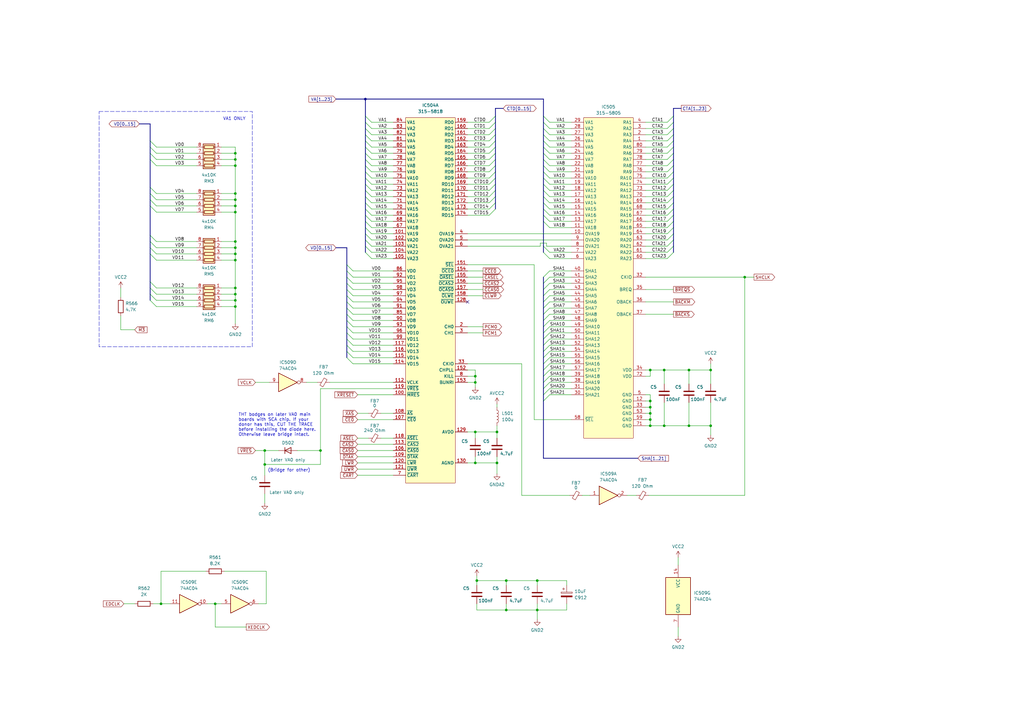
<source format=kicad_sch>
(kicad_sch (version 20230121) (generator eeschema)
  (paper "A3")
  (title_block (title "32X Main 1") (date "2023-11-29") (rev "1.1b") (company "By Cosam") (comment 1 "Neptune"))
  (junction (at 96.52 99.06))
  (junction (at 266.7 174.625))
  (junction (at 195.58 238.125))
  (junction (at 96.52 104.14))
  (junction (at 96.52 65.405))
  (junction (at 266.7 169.545))
  (junction (at 131.445 184.785))
  (junction (at 96.52 67.945))
  (junction (at 282.575 174.625))
  (junction (at 194.945 156.845))
  (junction (at 96.52 79.375))
  (junction (at 96.52 106.68))
  (junction (at 220.345 238.125))
  (junction (at 194.945 177.165))
  (junction (at 194.945 154.305))
  (junction (at 220.345 250.19))
  (junction (at 96.52 86.995))
  (junction (at 266.7 151.765))
  (junction (at 96.52 81.915))
  (junction (at 305.435 113.665))
  (junction (at 272.415 174.625))
  (junction (at 96.52 118.11))
  (junction (at 194.945 189.865))
  (junction (at 96.52 84.455))
  (junction (at 266.7 164.465))
  (junction (at 96.52 123.19))
  (junction (at 66.04 247.65))
  (junction (at 96.52 120.65))
  (junction (at 108.585 184.785))
  (junction (at 203.835 177.165))
  (junction (at 88.265 247.65))
  (junction (at 291.465 174.625))
  (junction (at 96.52 101.6))
  (junction (at 207.645 250.19))
  (junction (at 96.52 125.73))
  (junction (at 266.7 167.005))
  (junction (at 96.52 62.865))
  (junction (at 203.835 189.865))
  (junction (at 272.415 151.765))
  (junction (at 291.465 151.765))
  (junction (at 282.575 151.765))
  (junction (at 108.585 190.5))
  (junction (at 266.7 172.085))
  (junction (at 149.86 40.64))
  (junction (at 207.645 238.125))
  (no_connect (at 191.77 123.825))
  (bus_entry (at 200.66 78.105) (size 2.54 -2.54))
  (bus_entry (at 142.24 128.905) (size 2.54 2.54))
  (bus_entry (at 273.685 55.245) (size 2.54 -2.54))
  (bus_entry (at 225.425 111.125) (size -2.54 2.54))
  (bus_entry (at 225.425 106.045) (size -2.54 -2.54))
  (bus_entry (at 225.425 90.805) (size -2.54 -2.54))
  (bus_entry (at 200.66 52.705) (size 2.54 -2.54))
  (bus_entry (at 61.595 81.915) (size 2.54 2.54))
  (bus_entry (at 152.4 83.185) (size -2.54 -2.54))
  (bus_entry (at 273.685 60.325) (size 2.54 -2.54))
  (bus_entry (at 225.425 159.385) (size -2.54 2.54))
  (bus_entry (at 273.685 62.865) (size 2.54 -2.54))
  (bus_entry (at 200.66 75.565) (size 2.54 -2.54))
  (bus_entry (at 273.685 88.265) (size 2.54 -2.54))
  (bus_entry (at 225.425 75.565) (size -2.54 -2.54))
  (bus_entry (at 142.24 113.665) (size 2.54 2.54))
  (bus_entry (at 200.66 73.025) (size 2.54 -2.54))
  (bus_entry (at 142.24 123.825) (size 2.54 2.54))
  (bus_entry (at 225.425 136.525) (size -2.54 2.54))
  (bus_entry (at 61.595 115.57) (size 2.54 2.54))
  (bus_entry (at 225.425 133.985) (size -2.54 2.54))
  (bus_entry (at 61.595 118.11) (size 2.54 2.54))
  (bus_entry (at 142.24 139.065) (size 2.54 2.54))
  (bus_entry (at 142.24 126.365) (size 2.54 2.54))
  (bus_entry (at 61.595 99.06) (size 2.54 2.54))
  (bus_entry (at 225.425 156.845) (size -2.54 2.54))
  (bus_entry (at 61.595 123.19) (size 2.54 2.54))
  (bus_entry (at 142.24 144.145) (size 2.54 2.54))
  (bus_entry (at 142.24 116.205) (size 2.54 2.54))
  (bus_entry (at 152.4 75.565) (size -2.54 -2.54))
  (bus_entry (at 152.4 60.325) (size -2.54 -2.54))
  (bus_entry (at 225.425 73.025) (size -2.54 -2.54))
  (bus_entry (at 225.425 139.065) (size -2.54 2.54))
  (bus_entry (at 200.66 70.485) (size 2.54 -2.54))
  (bus_entry (at 225.425 65.405) (size -2.54 -2.54))
  (bus_entry (at 142.24 121.285) (size 2.54 2.54))
  (bus_entry (at 152.4 103.505) (size -2.54 -2.54))
  (bus_entry (at 152.4 106.045) (size -2.54 -2.54))
  (bus_entry (at 225.425 121.285) (size -2.54 2.54))
  (bus_entry (at 200.66 55.245) (size 2.54 -2.54))
  (bus_entry (at 225.425 131.445) (size -2.54 2.54))
  (bus_entry (at 225.425 93.345) (size -2.54 -2.54))
  (bus_entry (at 273.685 85.725) (size 2.54 -2.54))
  (bus_entry (at 225.425 151.765) (size -2.54 2.54))
  (bus_entry (at 61.595 96.52) (size 2.54 2.54))
  (bus_entry (at 225.425 88.265) (size -2.54 -2.54))
  (bus_entry (at 142.24 131.445) (size 2.54 2.54))
  (bus_entry (at 225.425 103.505) (size -2.54 -2.54))
  (bus_entry (at 225.425 123.825) (size -2.54 2.54))
  (bus_entry (at 61.595 120.65) (size 2.54 2.54))
  (bus_entry (at 273.685 75.565) (size 2.54 -2.54))
  (bus_entry (at 142.24 108.585) (size 2.54 2.54))
  (bus_entry (at 152.4 95.885) (size -2.54 -2.54))
  (bus_entry (at 273.685 83.185) (size 2.54 -2.54))
  (bus_entry (at 200.66 50.165) (size 2.54 -2.54))
  (bus_entry (at 273.685 67.945) (size 2.54 -2.54))
  (bus_entry (at 273.685 103.505) (size 2.54 -2.54))
  (bus_entry (at 273.685 93.345) (size 2.54 -2.54))
  (bus_entry (at 273.685 70.485) (size 2.54 -2.54))
  (bus_entry (at 152.4 88.265) (size -2.54 -2.54))
  (bus_entry (at 225.425 116.205) (size -2.54 2.54))
  (bus_entry (at 61.595 101.6) (size 2.54 2.54))
  (bus_entry (at 152.4 100.965) (size -2.54 -2.54))
  (bus_entry (at 152.4 55.245) (size -2.54 -2.54))
  (bus_entry (at 152.4 62.865) (size -2.54 -2.54))
  (bus_entry (at 200.66 57.785) (size 2.54 -2.54))
  (bus_entry (at 200.66 85.725) (size 2.54 -2.54))
  (bus_entry (at 152.4 70.485) (size -2.54 -2.54))
  (bus_entry (at 225.425 118.745) (size -2.54 2.54))
  (bus_entry (at 152.4 57.785) (size -2.54 -2.54))
  (bus_entry (at 61.595 76.835) (size 2.54 2.54))
  (bus_entry (at 225.425 52.705) (size -2.54 -2.54))
  (bus_entry (at 225.425 146.685) (size -2.54 2.54))
  (bus_entry (at 225.425 57.785) (size -2.54 -2.54))
  (bus_entry (at 225.425 85.725) (size -2.54 -2.54))
  (bus_entry (at 152.4 98.425) (size -2.54 -2.54))
  (bus_entry (at 152.4 93.345) (size -2.54 -2.54))
  (bus_entry (at 200.66 83.185) (size 2.54 -2.54))
  (bus_entry (at 200.66 88.265) (size 2.54 -2.54))
  (bus_entry (at 61.595 65.405) (size 2.54 2.54))
  (bus_entry (at 200.66 67.945) (size 2.54 -2.54))
  (bus_entry (at 273.685 106.045) (size 2.54 -2.54))
  (bus_entry (at 61.595 60.325) (size 2.54 2.54))
  (bus_entry (at 142.24 141.605) (size 2.54 2.54))
  (bus_entry (at 225.425 60.325) (size -2.54 -2.54))
  (bus_entry (at 152.4 85.725) (size -2.54 -2.54))
  (bus_entry (at 225.425 50.165) (size -2.54 -2.54))
  (bus_entry (at 273.685 78.105) (size 2.54 -2.54))
  (bus_entry (at 225.425 141.605) (size -2.54 2.54))
  (bus_entry (at 200.66 62.865) (size 2.54 -2.54))
  (bus_entry (at 61.595 104.14) (size 2.54 2.54))
  (bus_entry (at 142.24 136.525) (size 2.54 2.54))
  (bus_entry (at 225.425 62.865) (size -2.54 -2.54))
  (bus_entry (at 225.425 144.145) (size -2.54 2.54))
  (bus_entry (at 152.4 50.165) (size -2.54 -2.54))
  (bus_entry (at 273.685 57.785) (size 2.54 -2.54))
  (bus_entry (at 225.425 154.305) (size -2.54 2.54))
  (bus_entry (at 273.685 95.885) (size 2.54 -2.54))
  (bus_entry (at 225.425 113.665) (size -2.54 2.54))
  (bus_entry (at 225.425 161.925) (size -2.54 2.54))
  (bus_entry (at 225.425 78.105) (size -2.54 -2.54))
  (bus_entry (at 225.425 126.365) (size -2.54 2.54))
  (bus_entry (at 273.685 50.165) (size 2.54 -2.54))
  (bus_entry (at 273.685 100.965) (size 2.54 -2.54))
  (bus_entry (at 273.685 73.025) (size 2.54 -2.54))
  (bus_entry (at 225.425 149.225) (size -2.54 2.54))
  (bus_entry (at 273.685 90.805) (size 2.54 -2.54))
  (bus_entry (at 225.425 70.485) (size -2.54 -2.54))
  (bus_entry (at 152.4 90.805) (size -2.54 -2.54))
  (bus_entry (at 142.24 118.745) (size 2.54 2.54))
  (bus_entry (at 273.685 65.405) (size 2.54 -2.54))
  (bus_entry (at 142.24 133.985) (size 2.54 2.54))
  (bus_entry (at 152.4 67.945) (size -2.54 -2.54))
  (bus_entry (at 225.425 55.245) (size -2.54 -2.54))
  (bus_entry (at 273.685 80.645) (size 2.54 -2.54))
  (bus_entry (at 61.595 84.455) (size 2.54 2.54))
  (bus_entry (at 200.66 80.645) (size 2.54 -2.54))
  (bus_entry (at 225.425 67.945) (size -2.54 -2.54))
  (bus_entry (at 225.425 80.645) (size -2.54 -2.54))
  (bus_entry (at 273.685 98.425) (size 2.54 -2.54))
  (bus_entry (at 152.4 73.025) (size -2.54 -2.54))
  (bus_entry (at 61.595 57.785) (size 2.54 2.54))
  (bus_entry (at 152.4 52.705) (size -2.54 -2.54))
  (bus_entry (at 61.595 62.865) (size 2.54 2.54))
  (bus_entry (at 61.595 79.375) (size 2.54 2.54))
  (bus_entry (at 200.66 60.325) (size 2.54 -2.54))
  (bus_entry (at 225.425 83.185) (size -2.54 -2.54))
  (bus_entry (at 142.24 111.125) (size 2.54 2.54))
  (bus_entry (at 152.4 65.405) (size -2.54 -2.54))
  (bus_entry (at 142.24 146.685) (size 2.54 2.54))
  (bus_entry (at 273.685 52.705) (size 2.54 -2.54))
  (bus_entry (at 200.66 65.405) (size 2.54 -2.54))
  (bus_entry (at 152.4 78.105) (size -2.54 -2.54))
  (bus_entry (at 225.425 128.905) (size -2.54 2.54))
  (bus_entry (at 152.4 80.645) (size -2.54 -2.54))
  (wire (pts (xy 219.075 108.585) (xy 191.77 108.585)))
  (wire (pts (xy 90.805 104.14) (xy 96.52 104.14)))
  (bus (pts (xy 149.86 57.785) (xy 149.86 55.245)))
  (wire (pts (xy 191.77 154.305) (xy 194.945 154.305)))
  (wire (pts (xy 49.53 129.54) (xy 49.53 135.255)))
  (wire (pts (xy 305.435 113.665) (xy 309.245 113.665)))
  (wire (pts (xy 109.22 247.65) (xy 109.22 234.315)))
  (wire (pts (xy 104.775 184.785) (xy 108.585 184.785)))
  (bus (pts (xy 203.2 67.945) (xy 203.2 65.405)))
  (bus (pts (xy 61.595 101.6) (xy 61.595 99.06)))
  (wire (pts (xy 191.77 60.325) (xy 200.66 60.325)))
  (bus (pts (xy 222.885 75.565) (xy 222.885 73.025)))
  (wire (pts (xy 64.135 101.6) (xy 80.645 101.6)))
  (wire (pts (xy 144.78 113.665) (xy 161.29 113.665)))
  (wire (pts (xy 191.77 55.245) (xy 200.66 55.245)))
  (wire (pts (xy 195.58 247.65) (xy 195.58 250.19)))
  (wire (pts (xy 90.805 62.865) (xy 96.52 62.865)))
  (bus (pts (xy 222.885 83.185) (xy 222.885 80.645)))
  (wire (pts (xy 282.575 151.765) (xy 291.465 151.765)))
  (wire (pts (xy 220.345 238.125) (xy 220.345 240.03)))
  (bus (pts (xy 203.2 57.785) (xy 203.2 55.245)))
  (bus (pts (xy 222.885 131.445) (xy 222.885 133.985)))
  (bus (pts (xy 222.885 128.905) (xy 222.885 131.445)))
  (wire (pts (xy 282.575 174.625) (xy 291.465 174.625)))
  (wire (pts (xy 161.29 55.245) (xy 152.4 55.245)))
  (wire (pts (xy 161.29 98.425) (xy 152.4 98.425)))
  (wire (pts (xy 234.315 83.185) (xy 225.425 83.185)))
  (wire (pts (xy 234.315 62.865) (xy 225.425 62.865)))
  (wire (pts (xy 90.805 86.995) (xy 96.52 86.995)))
  (bus (pts (xy 149.86 88.265) (xy 149.86 85.725)))
  (wire (pts (xy 191.77 65.405) (xy 200.66 65.405)))
  (bus (pts (xy 203.2 44.45) (xy 206.375 44.45)))
  (bus (pts (xy 149.86 98.425) (xy 149.86 95.885)))
  (bus (pts (xy 149.86 78.105) (xy 149.86 75.565)))
  (wire (pts (xy 191.77 57.785) (xy 200.66 57.785)))
  (wire (pts (xy 234.315 50.165) (xy 225.425 50.165)))
  (wire (pts (xy 191.77 80.645) (xy 200.66 80.645)))
  (wire (pts (xy 272.415 151.765) (xy 282.575 151.765)))
  (wire (pts (xy 264.795 118.745) (xy 276.225 118.745)))
  (wire (pts (xy 64.135 123.19) (xy 80.645 123.19)))
  (wire (pts (xy 264.795 62.865) (xy 273.685 62.865)))
  (bus (pts (xy 61.595 65.405) (xy 61.595 76.835)))
  (wire (pts (xy 84.455 234.315) (xy 66.04 234.315)))
  (bus (pts (xy 222.885 70.485) (xy 222.885 67.945)))
  (wire (pts (xy 156.21 179.705) (xy 161.29 179.705)))
  (bus (pts (xy 149.86 100.965) (xy 149.86 98.425)))
  (wire (pts (xy 62.865 247.65) (xy 66.04 247.65)))
  (wire (pts (xy 278.13 257.175) (xy 278.13 260.985)))
  (wire (pts (xy 264.795 83.185) (xy 273.685 83.185)))
  (bus (pts (xy 61.595 99.06) (xy 61.595 96.52)))
  (wire (pts (xy 161.29 103.505) (xy 152.4 103.505)))
  (wire (pts (xy 282.575 151.765) (xy 282.575 157.48)))
  (wire (pts (xy 219.075 172.085) (xy 219.075 108.585)))
  (wire (pts (xy 234.315 141.605) (xy 225.425 141.605)))
  (bus (pts (xy 222.885 123.825) (xy 222.885 126.365)))
  (wire (pts (xy 144.78 131.445) (xy 161.29 131.445)))
  (wire (pts (xy 191.77 113.665) (xy 198.12 113.665)))
  (wire (pts (xy 64.135 106.68) (xy 80.645 106.68)))
  (wire (pts (xy 144.78 126.365) (xy 161.29 126.365)))
  (bus (pts (xy 222.885 187.96) (xy 222.885 164.465)))
  (wire (pts (xy 96.52 125.73) (xy 96.52 132.715)))
  (wire (pts (xy 96.52 86.995) (xy 96.52 99.06)))
  (wire (pts (xy 264.795 65.405) (xy 273.685 65.405)))
  (bus (pts (xy 203.2 65.405) (xy 203.2 62.865)))
  (wire (pts (xy 66.04 247.65) (xy 69.85 247.65)))
  (wire (pts (xy 264.795 172.085) (xy 266.7 172.085)))
  (wire (pts (xy 191.77 111.125) (xy 198.12 111.125)))
  (wire (pts (xy 64.135 84.455) (xy 80.645 84.455)))
  (wire (pts (xy 64.135 62.865) (xy 80.645 62.865)))
  (wire (pts (xy 161.29 106.045) (xy 152.4 106.045)))
  (bus (pts (xy 61.595 104.14) (xy 61.595 115.57)))
  (wire (pts (xy 161.29 52.705) (xy 152.4 52.705)))
  (wire (pts (xy 64.135 118.11) (xy 80.645 118.11)))
  (wire (pts (xy 234.315 131.445) (xy 225.425 131.445)))
  (bus (pts (xy 222.885 144.145) (xy 222.885 146.685)))
  (bus (pts (xy 203.2 47.625) (xy 203.2 44.45)))
  (wire (pts (xy 96.52 123.19) (xy 96.52 125.73)))
  (bus (pts (xy 222.885 136.525) (xy 222.885 139.065)))
  (wire (pts (xy 264.795 57.785) (xy 273.685 57.785)))
  (wire (pts (xy 90.805 65.405) (xy 96.52 65.405)))
  (wire (pts (xy 96.52 65.405) (xy 96.52 67.945)))
  (bus (pts (xy 222.885 151.765) (xy 222.885 154.305)))
  (bus (pts (xy 276.225 55.245) (xy 276.225 52.705)))
  (wire (pts (xy 264.795 67.945) (xy 273.685 67.945)))
  (wire (pts (xy 161.29 78.105) (xy 152.4 78.105)))
  (wire (pts (xy 121.92 184.785) (xy 131.445 184.785)))
  (wire (pts (xy 108.585 184.785) (xy 114.3 184.785)))
  (bus (pts (xy 203.2 78.105) (xy 203.2 75.565)))
  (bus (pts (xy 222.885 139.065) (xy 222.885 141.605)))
  (wire (pts (xy 266.7 151.765) (xy 266.7 154.305)))
  (bus (pts (xy 203.2 70.485) (xy 203.2 67.945)))
  (bus (pts (xy 61.595 65.405) (xy 61.595 62.865)))
  (wire (pts (xy 264.795 161.925) (xy 266.7 161.925)))
  (wire (pts (xy 144.78 116.205) (xy 161.29 116.205)))
  (wire (pts (xy 221.615 99.695) (xy 221.615 100.965)))
  (bus (pts (xy 276.225 62.865) (xy 276.225 60.325)))
  (wire (pts (xy 234.315 136.525) (xy 225.425 136.525)))
  (bus (pts (xy 276.225 75.565) (xy 276.225 73.025)))
  (bus (pts (xy 149.86 52.705) (xy 149.86 50.165)))
  (wire (pts (xy 191.77 50.165) (xy 200.66 50.165)))
  (bus (pts (xy 276.225 50.165) (xy 276.225 52.705)))
  (wire (pts (xy 161.29 88.265) (xy 152.4 88.265)))
  (bus (pts (xy 203.2 60.325) (xy 203.2 57.785)))
  (wire (pts (xy 191.77 62.865) (xy 200.66 62.865)))
  (wire (pts (xy 264.795 78.105) (xy 273.685 78.105)))
  (wire (pts (xy 234.315 106.045) (xy 225.425 106.045)))
  (wire (pts (xy 90.805 106.68) (xy 96.52 106.68)))
  (bus (pts (xy 276.225 47.625) (xy 276.225 50.165)))
  (bus (pts (xy 276.225 80.645) (xy 276.225 78.105)))
  (wire (pts (xy 64.135 81.915) (xy 80.645 81.915)))
  (wire (pts (xy 161.29 73.025) (xy 152.4 73.025)))
  (wire (pts (xy 272.415 165.1) (xy 272.415 174.625)))
  (wire (pts (xy 264.795 164.465) (xy 266.7 164.465)))
  (wire (pts (xy 266.7 161.925) (xy 266.7 164.465)))
  (wire (pts (xy 234.315 151.765) (xy 225.425 151.765)))
  (bus (pts (xy 222.885 40.64) (xy 149.86 40.64)))
  (bus (pts (xy 276.225 90.805) (xy 276.225 88.265)))
  (bus (pts (xy 276.225 67.945) (xy 276.225 65.405)))
  (bus (pts (xy 222.885 100.965) (xy 222.885 103.505)))
  (bus (pts (xy 222.885 73.025) (xy 222.885 70.485)))
  (wire (pts (xy 146.685 169.545) (xy 151.13 169.545)))
  (wire (pts (xy 234.315 78.105) (xy 225.425 78.105)))
  (wire (pts (xy 85.09 247.65) (xy 88.265 247.65)))
  (bus (pts (xy 61.595 115.57) (xy 61.595 118.11)))
  (wire (pts (xy 264.795 85.725) (xy 273.685 85.725)))
  (wire (pts (xy 234.315 172.085) (xy 219.075 172.085)))
  (wire (pts (xy 191.77 133.985) (xy 198.12 133.985)))
  (wire (pts (xy 213.995 203.2) (xy 233.68 203.2)))
  (wire (pts (xy 191.77 78.105) (xy 200.66 78.105)))
  (wire (pts (xy 234.315 149.225) (xy 225.425 149.225)))
  (wire (pts (xy 90.805 118.11) (xy 96.52 118.11)))
  (bus (pts (xy 142.24 146.685) (xy 142.24 144.145)))
  (wire (pts (xy 146.685 184.785) (xy 161.29 184.785)))
  (bus (pts (xy 222.885 88.265) (xy 222.885 85.725)))
  (wire (pts (xy 66.04 234.315) (xy 66.04 247.65)))
  (bus (pts (xy 149.86 95.885) (xy 149.86 93.345)))
  (bus (pts (xy 222.885 159.385) (xy 222.885 161.925)))
  (wire (pts (xy 264.795 60.325) (xy 273.685 60.325)))
  (bus (pts (xy 222.885 113.665) (xy 222.885 116.205)))
  (wire (pts (xy 191.77 67.945) (xy 200.66 67.945)))
  (bus (pts (xy 222.885 156.845) (xy 222.885 159.385)))
  (wire (pts (xy 234.315 126.365) (xy 225.425 126.365)))
  (wire (pts (xy 191.77 149.225) (xy 213.995 149.225)))
  (wire (pts (xy 49.53 118.11) (xy 49.53 121.92)))
  (bus (pts (xy 142.24 128.905) (xy 142.24 126.365)))
  (wire (pts (xy 96.52 67.945) (xy 96.52 79.375)))
  (bus (pts (xy 149.86 80.645) (xy 149.86 78.105)))
  (wire (pts (xy 64.135 67.945) (xy 80.645 67.945)))
  (bus (pts (xy 61.595 120.65) (xy 61.595 118.11)))
  (bus (pts (xy 149.86 55.245) (xy 149.86 52.705)))
  (wire (pts (xy 191.77 85.725) (xy 200.66 85.725)))
  (wire (pts (xy 88.265 257.175) (xy 100.965 257.175)))
  (wire (pts (xy 264.795 55.245) (xy 273.685 55.245)))
  (wire (pts (xy 88.265 247.65) (xy 88.265 257.175)))
  (wire (pts (xy 64.135 104.14) (xy 80.645 104.14)))
  (wire (pts (xy 161.29 60.325) (xy 152.4 60.325)))
  (bus (pts (xy 203.2 83.185) (xy 203.2 80.645)))
  (wire (pts (xy 109.22 234.315) (xy 92.075 234.315)))
  (bus (pts (xy 142.24 101.6) (xy 142.24 108.585)))
  (wire (pts (xy 125.73 156.845) (xy 130.175 156.845)))
  (bus (pts (xy 142.24 144.145) (xy 142.24 141.605)))
  (wire (pts (xy 264.795 52.705) (xy 273.685 52.705)))
  (wire (pts (xy 203.835 177.165) (xy 203.835 179.705)))
  (wire (pts (xy 156.21 169.545) (xy 161.29 169.545)))
  (wire (pts (xy 96.52 120.65) (xy 96.52 123.19)))
  (wire (pts (xy 161.29 93.345) (xy 152.4 93.345)))
  (wire (pts (xy 266.7 167.005) (xy 266.7 169.545)))
  (wire (pts (xy 221.615 100.965) (xy 191.77 100.965)))
  (wire (pts (xy 146.685 172.085) (xy 161.29 172.085)))
  (wire (pts (xy 220.345 250.19) (xy 232.41 250.19)))
  (bus (pts (xy 142.24 116.205) (xy 142.24 113.665)))
  (wire (pts (xy 264.795 169.545) (xy 266.7 169.545)))
  (wire (pts (xy 234.315 111.125) (xy 225.425 111.125)))
  (wire (pts (xy 234.315 128.905) (xy 225.425 128.905)))
  (bus (pts (xy 222.885 60.325) (xy 222.885 57.785)))
  (bus (pts (xy 261.62 187.96) (xy 222.885 187.96)))
  (bus (pts (xy 61.595 79.375) (xy 61.595 76.835)))
  (bus (pts (xy 61.595 50.8) (xy 61.595 57.785)))
  (wire (pts (xy 234.315 146.685) (xy 225.425 146.685)))
  (wire (pts (xy 234.315 88.265) (xy 225.425 88.265)))
  (wire (pts (xy 266.7 154.305) (xy 264.795 154.305)))
  (wire (pts (xy 234.315 57.785) (xy 225.425 57.785)))
  (bus (pts (xy 222.885 141.605) (xy 222.885 144.145)))
  (wire (pts (xy 90.805 120.65) (xy 96.52 120.65)))
  (wire (pts (xy 146.685 194.945) (xy 161.29 194.945)))
  (wire (pts (xy 234.315 118.745) (xy 225.425 118.745)))
  (wire (pts (xy 88.265 247.65) (xy 90.805 247.65)))
  (wire (pts (xy 144.78 128.905) (xy 161.29 128.905)))
  (wire (pts (xy 234.315 85.725) (xy 225.425 85.725)))
  (wire (pts (xy 234.315 116.205) (xy 225.425 116.205)))
  (wire (pts (xy 234.315 80.645) (xy 225.425 80.645)))
  (wire (pts (xy 234.315 65.405) (xy 225.425 65.405)))
  (wire (pts (xy 96.52 79.375) (xy 96.52 81.915)))
  (bus (pts (xy 142.24 113.665) (xy 142.24 111.125)))
  (bus (pts (xy 276.225 95.885) (xy 276.225 93.345)))
  (wire (pts (xy 203.835 189.865) (xy 203.835 194.31)))
  (wire (pts (xy 238.76 203.2) (xy 241.935 203.2)))
  (bus (pts (xy 149.86 75.565) (xy 149.86 73.025)))
  (bus (pts (xy 149.86 103.505) (xy 149.86 100.965)))
  (wire (pts (xy 144.78 149.225) (xy 161.29 149.225)))
  (wire (pts (xy 64.135 86.995) (xy 80.645 86.995)))
  (bus (pts (xy 137.795 40.64) (xy 149.86 40.64)))
  (wire (pts (xy 161.29 50.165) (xy 152.4 50.165)))
  (wire (pts (xy 161.29 62.865) (xy 152.4 62.865)))
  (wire (pts (xy 131.445 159.385) (xy 131.445 184.785)))
  (wire (pts (xy 194.945 177.165) (xy 203.835 177.165)))
  (bus (pts (xy 149.86 90.805) (xy 149.86 88.265)))
  (bus (pts (xy 222.885 65.405) (xy 222.885 62.865)))
  (wire (pts (xy 195.58 250.19) (xy 207.645 250.19)))
  (wire (pts (xy 191.77 95.885) (xy 234.315 95.885)))
  (wire (pts (xy 264.795 95.885) (xy 273.685 95.885)))
  (wire (pts (xy 220.345 250.19) (xy 220.345 247.65)))
  (wire (pts (xy 234.315 156.845) (xy 225.425 156.845)))
  (bus (pts (xy 142.24 139.065) (xy 142.24 136.525)))
  (wire (pts (xy 64.135 79.375) (xy 80.645 79.375)))
  (bus (pts (xy 149.86 67.945) (xy 149.86 65.405)))
  (bus (pts (xy 276.225 70.485) (xy 276.225 73.025)))
  (wire (pts (xy 90.805 123.19) (xy 96.52 123.19)))
  (bus (pts (xy 222.885 78.105) (xy 222.885 75.565)))
  (wire (pts (xy 266.7 164.465) (xy 266.7 167.005)))
  (wire (pts (xy 194.945 154.305) (xy 194.945 156.845)))
  (wire (pts (xy 234.315 55.245) (xy 225.425 55.245)))
  (wire (pts (xy 191.77 189.865) (xy 194.945 189.865)))
  (wire (pts (xy 234.315 103.505) (xy 225.425 103.505)))
  (bus (pts (xy 203.2 52.705) (xy 203.2 50.165)))
  (wire (pts (xy 96.52 104.14) (xy 96.52 106.68)))
  (wire (pts (xy 96.52 81.915) (xy 96.52 84.455)))
  (bus (pts (xy 222.885 62.865) (xy 222.885 60.325)))
  (bus (pts (xy 61.595 79.375) (xy 61.595 81.915)))
  (bus (pts (xy 203.2 85.725) (xy 203.2 83.185)))
  (wire (pts (xy 203.835 177.165) (xy 203.835 174.625)))
  (wire (pts (xy 191.77 73.025) (xy 200.66 73.025)))
  (wire (pts (xy 220.345 250.19) (xy 220.345 254)))
  (bus (pts (xy 222.885 90.805) (xy 222.885 88.265)))
  (wire (pts (xy 146.685 161.925) (xy 161.29 161.925)))
  (wire (pts (xy 203.835 187.325) (xy 203.835 189.865)))
  (bus (pts (xy 142.24 118.745) (xy 142.24 116.205)))
  (wire (pts (xy 90.805 99.06) (xy 96.52 99.06)))
  (wire (pts (xy 191.77 116.205) (xy 198.12 116.205)))
  (wire (pts (xy 264.795 103.505) (xy 273.685 103.505)))
  (wire (pts (xy 144.78 118.745) (xy 161.29 118.745)))
  (wire (pts (xy 264.795 100.965) (xy 273.685 100.965)))
  (wire (pts (xy 146.685 189.865) (xy 161.29 189.865)))
  (wire (pts (xy 64.135 65.405) (xy 80.645 65.405)))
  (wire (pts (xy 224.155 99.695) (xy 224.155 100.965)))
  (bus (pts (xy 222.885 90.805) (xy 222.885 100.965)))
  (wire (pts (xy 234.315 93.345) (xy 225.425 93.345)))
  (wire (pts (xy 264.795 113.665) (xy 305.435 113.665)))
  (wire (pts (xy 161.29 65.405) (xy 152.4 65.405)))
  (wire (pts (xy 191.77 118.745) (xy 198.12 118.745)))
  (wire (pts (xy 161.29 75.565) (xy 152.4 75.565)))
  (wire (pts (xy 232.41 238.125) (xy 232.41 240.03)))
  (bus (pts (xy 222.885 149.225) (xy 222.885 151.765)))
  (wire (pts (xy 207.645 250.19) (xy 220.345 250.19)))
  (wire (pts (xy 234.315 123.825) (xy 225.425 123.825)))
  (bus (pts (xy 203.2 62.865) (xy 203.2 60.325)))
  (wire (pts (xy 194.945 187.325) (xy 194.945 189.865)))
  (wire (pts (xy 90.805 60.325) (xy 96.52 60.325)))
  (wire (pts (xy 266.7 174.625) (xy 272.415 174.625)))
  (bus (pts (xy 149.86 83.185) (xy 149.86 80.645)))
  (wire (pts (xy 146.685 179.705) (xy 151.13 179.705)))
  (bus (pts (xy 222.885 116.205) (xy 222.885 118.745)))
  (bus (pts (xy 203.2 80.645) (xy 203.2 78.105)))
  (bus (pts (xy 61.595 84.455) (xy 61.595 96.52)))
  (wire (pts (xy 90.805 84.455) (xy 96.52 84.455)))
  (wire (pts (xy 272.415 174.625) (xy 282.575 174.625)))
  (wire (pts (xy 161.29 100.965) (xy 152.4 100.965)))
  (bus (pts (xy 149.86 60.325) (xy 149.86 57.785)))
  (wire (pts (xy 234.315 144.145) (xy 225.425 144.145)))
  (wire (pts (xy 194.945 177.165) (xy 194.945 179.705)))
  (bus (pts (xy 142.24 123.825) (xy 142.24 121.285)))
  (wire (pts (xy 90.805 125.73) (xy 96.52 125.73)))
  (wire (pts (xy 234.315 161.925) (xy 225.425 161.925)))
  (wire (pts (xy 264.795 123.825) (xy 276.225 123.825)))
  (wire (pts (xy 264.795 167.005) (xy 266.7 167.005)))
  (wire (pts (xy 194.945 156.845) (xy 194.945 158.75)))
  (wire (pts (xy 221.615 99.695) (xy 224.155 99.695)))
  (wire (pts (xy 64.135 60.325) (xy 80.645 60.325)))
  (bus (pts (xy 222.885 57.785) (xy 222.885 55.245)))
  (wire (pts (xy 232.41 250.19) (xy 232.41 247.65)))
  (wire (pts (xy 144.78 123.825) (xy 161.29 123.825)))
  (bus (pts (xy 222.885 67.945) (xy 222.885 65.405)))
  (wire (pts (xy 282.575 165.1) (xy 282.575 174.625)))
  (bus (pts (xy 276.225 78.105) (xy 276.225 75.565)))
  (bus (pts (xy 276.225 44.45) (xy 276.225 47.625)))
  (wire (pts (xy 144.78 136.525) (xy 161.29 136.525)))
  (wire (pts (xy 291.465 174.625) (xy 291.465 178.435)))
  (wire (pts (xy 291.465 151.765) (xy 291.465 149.225)))
  (wire (pts (xy 146.685 182.245) (xy 161.29 182.245)))
  (wire (pts (xy 234.315 121.285) (xy 225.425 121.285)))
  (wire (pts (xy 191.77 156.845) (xy 194.945 156.845)))
  (wire (pts (xy 146.685 192.405) (xy 161.29 192.405)))
  (bus (pts (xy 222.885 156.845) (xy 222.885 154.305)))
  (wire (pts (xy 90.805 67.945) (xy 96.52 67.945)))
  (bus (pts (xy 149.86 40.64) (xy 149.86 47.625)))
  (bus (pts (xy 149.86 65.405) (xy 149.86 62.865)))
  (wire (pts (xy 96.52 84.455) (xy 96.52 86.995)))
  (bus (pts (xy 142.24 141.605) (xy 142.24 139.065)))
  (wire (pts (xy 108.585 190.5) (xy 108.585 184.785)))
  (wire (pts (xy 264.795 50.165) (xy 273.685 50.165)))
  (wire (pts (xy 191.77 136.525) (xy 198.12 136.525)))
  (wire (pts (xy 278.13 228.6) (xy 278.13 231.775)))
  (wire (pts (xy 64.135 99.06) (xy 80.645 99.06)))
  (wire (pts (xy 266.7 174.625) (xy 264.795 174.625)))
  (wire (pts (xy 257.175 203.2) (xy 260.985 203.2)))
  (bus (pts (xy 57.15 50.8) (xy 61.595 50.8)))
  (bus (pts (xy 276.225 98.425) (xy 276.225 95.885)))
  (bus (pts (xy 142.24 126.365) (xy 142.24 123.825)))
  (wire (pts (xy 264.795 128.905) (xy 276.225 128.905)))
  (bus (pts (xy 149.86 50.165) (xy 149.86 47.625)))
  (wire (pts (xy 144.78 146.685) (xy 161.29 146.685)))
  (bus (pts (xy 276.225 44.45) (xy 279.4 44.45)))
  (wire (pts (xy 264.795 70.485) (xy 273.685 70.485)))
  (wire (pts (xy 161.29 70.485) (xy 152.4 70.485)))
  (bus (pts (xy 142.24 136.525) (xy 142.24 133.985)))
  (wire (pts (xy 191.77 88.265) (xy 200.66 88.265)))
  (wire (pts (xy 207.645 250.19) (xy 207.645 247.65)))
  (wire (pts (xy 234.315 73.025) (xy 225.425 73.025)))
  (bus (pts (xy 222.885 118.745) (xy 222.885 121.285)))
  (wire (pts (xy 96.52 99.06) (xy 96.52 101.6)))
  (wire (pts (xy 191.77 177.165) (xy 194.945 177.165)))
  (wire (pts (xy 144.78 133.985) (xy 161.29 133.985)))
  (bus (pts (xy 276.225 85.725) (xy 276.225 83.185)))
  (wire (pts (xy 264.795 93.345) (xy 273.685 93.345)))
  (wire (pts (xy 64.135 125.73) (xy 80.645 125.73)))
  (wire (pts (xy 161.29 80.645) (xy 152.4 80.645)))
  (wire (pts (xy 90.805 79.375) (xy 96.52 79.375)))
  (wire (pts (xy 64.135 120.65) (xy 80.645 120.65)))
  (wire (pts (xy 234.315 67.945) (xy 225.425 67.945)))
  (bus (pts (xy 61.595 123.19) (xy 61.595 120.65)))
  (wire (pts (xy 234.315 133.985) (xy 225.425 133.985)))
  (bus (pts (xy 142.24 131.445) (xy 142.24 128.905)))
  (wire (pts (xy 104.775 156.845) (xy 110.49 156.845)))
  (bus (pts (xy 276.225 93.345) (xy 276.225 90.805)))
  (bus (pts (xy 222.885 161.925) (xy 222.885 164.465)))
  (bus (pts (xy 222.885 146.685) (xy 222.885 149.225)))
  (wire (pts (xy 131.445 159.385) (xy 161.29 159.385)))
  (wire (pts (xy 234.315 159.385) (xy 225.425 159.385)))
  (wire (pts (xy 191.77 52.705) (xy 200.66 52.705)))
  (wire (pts (xy 224.155 100.965) (xy 234.315 100.965)))
  (wire (pts (xy 234.315 52.705) (xy 225.425 52.705)))
  (wire (pts (xy 144.78 121.285) (xy 161.29 121.285)))
  (bus (pts (xy 142.24 133.985) (xy 142.24 131.445)))
  (wire (pts (xy 96.52 118.11) (xy 96.52 120.65)))
  (bus (pts (xy 61.595 104.14) (xy 61.595 101.6)))
  (wire (pts (xy 50.8 247.65) (xy 55.245 247.65)))
  (bus (pts (xy 149.86 70.485) (xy 149.86 67.945)))
  (bus (pts (xy 276.225 57.785) (xy 276.225 55.245)))
  (bus (pts (xy 149.86 62.865) (xy 149.86 60.325)))
  (bus (pts (xy 222.885 80.645) (xy 222.885 78.105)))
  (wire (pts (xy 161.29 57.785) (xy 152.4 57.785)))
  (bus (pts (xy 276.225 65.405) (xy 276.225 62.865)))
  (wire (pts (xy 203.835 165.735) (xy 203.835 167.005)))
  (wire (pts (xy 264.795 106.045) (xy 273.685 106.045)))
  (wire (pts (xy 264.795 98.425) (xy 273.685 98.425)))
  (wire (pts (xy 144.78 111.125) (xy 161.29 111.125)))
  (bus (pts (xy 222.885 55.245) (xy 222.885 52.705)))
  (bus (pts (xy 276.225 100.965) (xy 276.225 98.425)))
  (wire (pts (xy 144.78 139.065) (xy 161.29 139.065)))
  (wire (pts (xy 146.685 187.325) (xy 161.29 187.325)))
  (bus (pts (xy 61.595 62.865) (xy 61.595 60.325)))
  (wire (pts (xy 96.52 62.865) (xy 96.52 65.405)))
  (wire (pts (xy 161.29 67.945) (xy 152.4 67.945)))
  (wire (pts (xy 264.795 151.765) (xy 266.7 151.765)))
  (bus (pts (xy 149.86 73.025) (xy 149.86 70.485)))
  (bus (pts (xy 203.2 73.025) (xy 203.2 70.485)))
  (wire (pts (xy 144.78 144.145) (xy 161.29 144.145)))
  (wire (pts (xy 195.58 236.22) (xy 195.58 238.125)))
  (wire (pts (xy 135.255 156.845) (xy 161.29 156.845)))
  (wire (pts (xy 195.58 238.125) (xy 207.645 238.125)))
  (wire (pts (xy 264.795 90.805) (xy 273.685 90.805)))
  (wire (pts (xy 194.945 189.865) (xy 203.835 189.865)))
  (wire (pts (xy 108.585 202.565) (xy 108.585 206.375)))
  (wire (pts (xy 234.315 90.805) (xy 225.425 90.805)))
  (bus (pts (xy 149.86 85.725) (xy 149.86 83.185)))
  (bus (pts (xy 203.2 75.565) (xy 203.2 73.025)))
  (wire (pts (xy 207.645 238.125) (xy 207.645 240.03)))
  (bus (pts (xy 149.86 93.345) (xy 149.86 90.805)))
  (wire (pts (xy 305.435 203.2) (xy 266.065 203.2)))
  (wire (pts (xy 291.465 151.765) (xy 291.465 157.48)))
  (wire (pts (xy 90.805 81.915) (xy 96.52 81.915)))
  (wire (pts (xy 131.445 184.785) (xy 131.445 190.5)))
  (wire (pts (xy 194.945 151.765) (xy 194.945 154.305)))
  (wire (pts (xy 55.245 135.255) (xy 49.53 135.255)))
  (bus (pts (xy 222.885 52.705) (xy 222.885 50.165)))
  (bus (pts (xy 222.885 121.285) (xy 222.885 123.825)))
  (wire (pts (xy 90.805 101.6) (xy 96.52 101.6)))
  (wire (pts (xy 266.7 169.545) (xy 266.7 172.085)))
  (bus (pts (xy 61.595 57.785) (xy 61.595 60.325)))
  (wire (pts (xy 264.795 73.025) (xy 273.685 73.025)))
  (wire (pts (xy 161.29 83.185) (xy 152.4 83.185)))
  (wire (pts (xy 291.465 165.1) (xy 291.465 174.625)))
  (bus (pts (xy 203.2 52.705) (xy 203.2 55.245)))
  (wire (pts (xy 305.435 113.665) (xy 305.435 203.2)))
  (bus (pts (xy 276.225 70.485) (xy 276.225 67.945)))
  (bus (pts (xy 142.24 121.285) (xy 142.24 118.745)))
  (wire (pts (xy 266.7 172.085) (xy 266.7 174.625)))
  (wire (pts (xy 161.29 95.885) (xy 152.4 95.885)))
  (bus (pts (xy 276.225 83.185) (xy 276.225 80.645)))
  (bus (pts (xy 222.885 85.725) (xy 222.885 83.185)))
  (wire (pts (xy 144.78 141.605) (xy 161.29 141.605)))
  (bus (pts (xy 222.885 47.625) (xy 222.885 50.165)))
  (wire (pts (xy 220.345 238.125) (xy 232.41 238.125)))
  (wire (pts (xy 266.7 151.765) (xy 272.415 151.765)))
  (wire (pts (xy 191.77 98.425) (xy 234.315 98.425)))
  (wire (pts (xy 264.795 88.265) (xy 273.685 88.265)))
  (wire (pts (xy 106.045 247.65) (xy 109.22 247.65)))
  (wire (pts (xy 234.315 154.305) (xy 225.425 154.305)))
  (wire (pts (xy 191.77 121.285) (xy 198.12 121.285)))
  (wire (pts (xy 234.315 60.325) (xy 225.425 60.325)))
  (wire (pts (xy 234.315 113.665) (xy 225.425 113.665)))
  (wire (pts (xy 234.315 139.065) (xy 225.425 139.065)))
  (wire (pts (xy 96.52 60.325) (xy 96.52 62.865)))
  (bus (pts (xy 222.885 133.985) (xy 222.885 136.525)))
  (wire (pts (xy 161.29 85.725) (xy 152.4 85.725)))
  (wire (pts (xy 161.29 90.805) (xy 152.4 90.805)))
  (wire (pts (xy 213.995 149.225) (xy 213.995 203.2)))
  (wire (pts (xy 264.795 75.565) (xy 273.685 75.565)))
  (wire (pts (xy 108.585 190.5) (xy 108.585 194.945)))
  (wire (pts (xy 207.645 238.125) (xy 220.345 238.125)))
  (wire (pts (xy 264.795 80.645) (xy 273.685 80.645)))
  (bus (pts (xy 276.225 60.325) (xy 276.225 57.785)))
  (bus (pts (xy 137.795 101.6) (xy 142.24 101.6)))
  (wire (pts (xy 234.315 75.565) (xy 225.425 75.565)))
  (wire (pts (xy 272.415 151.765) (xy 272.415 157.48)))
  (bus (pts (xy 222.885 47.625) (xy 222.885 40.64)))
  (wire (pts (xy 96.52 106.68) (xy 96.52 118.11)))
  (wire (pts (xy 191.77 83.185) (xy 200.66 83.185)))
  (bus (pts (xy 276.225 88.265) (xy 276.225 85.725)))
  (wire (pts (xy 195.58 238.125) (xy 195.58 240.03)))
  (wire (pts (xy 191.77 75.565) (xy 200.66 75.565)))
  (bus (pts (xy 276.225 103.505) (xy 276.225 100.965)))
  (wire (pts (xy 191.77 151.765) (xy 194.945 151.765)))
  (wire (pts (xy 131.445 190.5) (xy 108.585 190.5)))
  (bus (pts (xy 203.2 47.625) (xy 203.2 50.165)))
  (bus (pts (xy 61.595 81.915) (xy 61.595 84.455)))
  (wire (pts (xy 234.315 70.485) (xy 225.425 70.485)))
  (bus (pts (xy 142.24 108.585) (xy 142.24 111.125)))
  (bus (pts (xy 222.885 126.365) (xy 222.885 128.905)))
  (wire (pts (xy 191.77 70.485) (xy 200.66 70.485)))
  (wire (pts (xy 96.52 101.6) (xy 96.52 104.14)))
  (rectangle (start 40.64 45.72) (end 103.505 142.24) (stroke (width 0) (type dash)))
  (text "(Bridge for other)" (at 109.855 193.675 0) (effects (font (size 1.27 1.27)) (justify left bottom)))
  (text "VA1 ONLY" (at 91.44 49.53 0) (effects (font (size 1.27 1.27)) (justify left bottom)))
  (text "THT bodges on later VA0 main\nboards with SCA chip. If your\ndonor has this, CUT THE TRACE\nbefore installing the diode here.\nOtherwise leave bridge intact." (at 97.79 179.07 0) (effects (font (size 1.27 1.27)) (justify left bottom)))
  (label "CTD6" (at 194.31 65.405 0))
  (label "SHA9" (at 231.775 131.445 180))
  (label "VD1" (at 156.21 113.665 180))
  (label "VA17" (at 158.75 90.805 180))
  (label "SHA6" (at 231.775 123.825 180))
  (label "VA2" (at 158.75 52.705 180))
  (label "CTA13" (at 267.335 80.645 0))
  (label "CTA3" (at 267.335 55.245 0))
  (label "CTA15" (at 267.335 85.725 0))
  (label "CTA17" (at 267.335 90.805 0))
  (label "VA6" (at 231.775 62.865 180))
  (label "VA18" (at 158.75 93.345 180))
  (label "SHA4" (at 231.775 118.745 180))
  (label "VD0" (at 156.21 111.125 180))
  (label "CTD14" (at 194.31 85.725 0))
  (label "VA18" (at 231.775 93.345 180))
  (label "VD6" (at 75.565 84.455 180))
  (label "SHA15" (at 231.775 146.685 180))
  (label "VA9" (at 231.775 70.485 180))
  (label "CTA8" (at 267.335 67.945 0))
  (label "CTD7" (at 194.31 67.945 0))
  (label "VA7" (at 231.775 65.405 180))
  (label "CTA2" (at 267.335 52.705 0))
  (label "VD14" (at 75.565 123.19 180))
  (label "VA12" (at 231.775 78.105 180))
  (label "VA23" (at 158.75 106.045 180))
  (label "VA6" (at 158.75 62.865 180))
  (label "CTD3" (at 194.31 57.785 0))
  (label "CTD4" (at 194.31 60.325 0))
  (label "VD2" (at 156.21 116.205 180))
  (label "VA15" (at 231.775 85.725 180))
  (label "VA12" (at 158.75 78.105 180))
  (label "SHA20" (at 231.775 159.385 180))
  (label "VD3" (at 156.21 118.745 180))
  (label "VA20" (at 158.75 98.425 180))
  (label "VA7" (at 158.75 65.405 180))
  (label "VD15" (at 75.565 125.73 180))
  (label "SHA21" (at 231.775 161.925 180))
  (label "VA22" (at 231.775 103.505 180))
  (label "VD12" (at 75.565 118.11 180))
  (label "CTA1" (at 267.335 50.165 0))
  (label "SHA8" (at 231.775 128.905 180))
  (label "VD14" (at 156.21 146.685 180))
  (label "CTA12" (at 267.335 78.105 0))
  (label "VD11" (at 156.21 139.065 180))
  (label "VD2" (at 75.565 65.405 180))
  (label "VA11" (at 158.75 75.565 180))
  (label "VA10" (at 158.75 73.025 180))
  (label "SHA19" (at 231.775 156.845 180))
  (label "VA15" (at 158.75 85.725 180))
  (label "SHA1" (at 231.775 111.125 180))
  (label "VD0" (at 75.565 60.325 180))
  (label "VD11" (at 75.565 106.68 180))
  (label "CTD13" (at 194.31 83.185 0))
  (label "VD1" (at 75.565 62.865 180))
  (label "VD8" (at 156.21 131.445 180))
  (label "VA1" (at 231.775 50.165 180))
  (label "CTD0" (at 194.31 50.165 0))
  (label "CTD2" (at 194.31 55.245 0))
  (label "CTA19" (at 267.335 95.885 0))
  (label "VA4" (at 231.775 57.785 180))
  (label "SHA12" (at 231.775 139.065 180))
  (label "CTA9" (at 267.335 70.485 0))
  (label "SHA7" (at 231.775 126.365 180))
  (label "CTA11" (at 267.335 75.565 0))
  (label "CTA20" (at 267.335 98.425 0))
  (label "SHA18" (at 231.775 154.305 180))
  (label "VA13" (at 231.775 80.645 180))
  (label "VA3" (at 231.775 55.245 180))
  (label "VD10" (at 75.565 104.14 180))
  (label "CTA21" (at 267.335 100.965 0))
  (label "VA21" (at 158.75 100.965 180))
  (label "CTD5" (at 194.31 62.865 0))
  (label "VD7" (at 75.565 86.995 180))
  (label "CTD9" (at 194.31 73.025 0))
  (label "VA17" (at 231.775 90.805 180))
  (label "VA14" (at 231.775 83.185 180))
  (label "CTA7" (at 267.335 65.405 0))
  (label "VA13" (at 158.75 80.645 180))
  (label "VD6" (at 156.21 126.365 180))
  (label "CTA4" (at 267.335 57.785 0))
  (label "VA22" (at 158.75 103.505 180))
  (label "CTD1" (at 194.31 52.705 0))
  (label "VA8" (at 158.75 67.945 180))
  (label "VD5" (at 75.565 81.915 180))
  (label "SHA10" (at 231.775 133.985 180))
  (label "VA5" (at 231.775 60.325 180))
  (label "VA16" (at 231.775 88.265 180))
  (label "VA19" (at 158.75 95.885 180))
  (label "VD15" (at 156.21 149.225 180))
  (label "VD10" (at 156.21 136.525 180))
  (label "SHA11" (at 231.775 136.525 180))
  (label "VA10" (at 231.775 73.025 180))
  (label "VD12" (at 156.21 141.605 180))
  (label "VD13" (at 156.21 144.145 180))
  (label "CTD10" (at 194.31 75.565 0))
  (label "CTA22" (at 267.335 103.505 0))
  (label "VA3" (at 158.75 55.245 180))
  (label "VD4" (at 75.565 79.375 180))
  (label "VA4" (at 158.75 57.785 180))
  (label "VA9" (at 158.75 70.485 180))
  (label "VD7" (at 156.21 128.905 180))
  (label "CTA16" (at 267.335 88.265 0))
  (label "SHA5" (at 231.775 121.285 180))
  (label "VA16" (at 158.75 88.265 180))
  (label "CTD11" (at 194.31 78.105 0))
  (label "CTA18" (at 267.335 93.345 0))
  (label "CTA14" (at 267.335 83.185 0))
  (label "VA5" (at 158.75 60.325 180))
  (label "CTD8" (at 194.31 70.485 0))
  (label "VA1" (at 158.75 50.165 180))
  (label "VD8" (at 75.565 99.06 180))
  (label "SHA14" (at 231.775 144.145 180))
  (label "VD9" (at 156.21 133.985 180))
  (label "VA14" (at 158.75 83.185 180))
  (label "VD4" (at 156.21 121.285 180))
  (label "VD5" (at 156.21 123.825 180))
  (label "VD13" (at 75.565 120.65 180))
  (label "SHA2" (at 231.775 113.665 180))
  (label "CTD15" (at 194.31 88.265 0))
  (label "VA23" (at 231.775 106.045 180))
  (label "CTA6" (at 267.335 62.865 0))
  (label "CTA10" (at 267.335 73.025 0))
  (label "CTA5" (at 267.335 60.325 0))
  (label "SHA3" (at 231.775 116.205 180))
  (label "VD3" (at 75.565 67.945 180))
  (label "CTA23" (at 267.335 106.045 0))
  (label "VD9" (at 75.565 101.6 180))
  (label "VA2" (at 231.775 52.705 180))
  (label "SHA17" (at 231.775 151.765 180))
  (label "CTD12" (at 194.31 80.645 0))
  (label "SHA13" (at 231.775 141.605 180))
  (label "VA8" (at 231.775 67.945 180))
  (label "VA11" (at 231.775 75.565 180))
  (label "SHA16" (at 231.775 149.225 180))
  (global_label "VA[1..23]" (shape input) (at 137.795 40.64 180) (property "Intersheetrefs" "${INTERSHEET_REFS}" (effects hide)))
  (global_label "~{CAS0}" (shape input) (at 146.685 184.785 180) (property "Intersheetrefs" "${INTERSHEET_REFS}" (effects hide)))
  (global_label "~{ASEL}" (shape input) (at 146.685 179.705 180) (property "Intersheetrefs" "${INTERSHEET_REFS}" (effects hide)))
  (global_label "CTA[1..23]" (shape output) (at 279.4 44.45 0) (property "Intersheetrefs" "${INTERSHEET_REFS}" (effects hide)))
  (global_label "PCM0" (shape output) (at 198.12 133.985 0) (property "Intersheetrefs" "${INTERSHEET_REFS}" (effects hide)))
  (global_label "VD[0..15]" (shape bidirectional) (at 137.795 101.6 180) (property "Intersheetrefs" "${INTERSHEET_REFS}" (effects hide)))
  (global_label "~{LWR}" (shape input) (at 146.685 189.865 180) (property "Intersheetrefs" "${INTERSHEET_REFS}" (effects hide)))
  (global_label "~{DTAK}" (shape input) (at 146.685 187.325 180) (property "Intersheetrefs" "${INTERSHEET_REFS}" (effects hide)))
  (global_label "~{BACKS}" (shape output) (at 276.225 128.905 0) (property "Intersheetrefs" "${INTERSHEET_REFS}" (effects hide)))
  (global_label "VCLK" (shape input) (at 104.775 156.845 180) (property "Intersheetrefs" "${INTERSHEET_REFS}" (effects hide)))
  (global_label "EDCLK" (shape input) (at 50.8 247.65 180) (property "Intersheetrefs" "${INTERSHEET_REFS}" (effects hide)))
  (global_label "~{BREQS}" (shape output) (at 276.225 118.745 0) (property "Intersheetrefs" "${INTERSHEET_REFS}" (effects hide)))
  (global_label "VD[0..15]" (shape bidirectional) (at 57.15 50.8 180) (property "Intersheetrefs" "${INTERSHEET_REFS}" (effects hide)))
  (global_label "XEDCLK" (shape output) (at 100.965 257.175 0) (property "Intersheetrefs" "${INTERSHEET_REFS}" (effects hide)))
  (global_label "~{VRES}" (shape input) (at 104.775 184.785 180) (property "Intersheetrefs" "${INTERSHEET_REFS}" (effects hide)))
  (global_label "~{BACKM}" (shape output) (at 276.225 123.825 0) (property "Intersheetrefs" "${INTERSHEET_REFS}" (effects hide)))
  (global_label "~{CCAS2}" (shape output) (at 198.12 116.205 0) (property "Intersheetrefs" "${INTERSHEET_REFS}" (effects hide)))
  (global_label "~{XAS}" (shape input) (at 146.685 169.545 180) (property "Intersheetrefs" "${INTERSHEET_REFS}" (effects hide)))
  (global_label "~{M3}" (shape input) (at 55.245 135.255 0) (property "Intersheetrefs" "${INTERSHEET_REFS}" (effects hide)))
  (global_label "~{CASEL}" (shape output) (at 198.12 113.665 0) (property "Intersheetrefs" "${INTERSHEET_REFS}" (effects hide)))
  (global_label "SHCLK" (shape output) (at 309.245 113.665 0) (property "Intersheetrefs" "${INTERSHEET_REFS}" (effects hide)))
  (global_label "PCM1" (shape output) (at 198.12 136.525 0) (property "Intersheetrefs" "${INTERSHEET_REFS}" (effects hide)))
  (global_label "~{CE0}" (shape input) (at 146.685 172.085 180) (property "Intersheetrefs" "${INTERSHEET_REFS}" (effects hide)))
  (global_label "CTD[0..15]" (shape bidirectional) (at 206.375 44.45 0) (property "Intersheetrefs" "${INTERSHEET_REFS}" (effects hide)))
  (global_label "~{CLWR}" (shape output) (at 198.12 121.285 0) (property "Intersheetrefs" "${INTERSHEET_REFS}" (effects hide)))
  (global_label "~{CART}" (shape input) (at 146.685 194.945 180) (property "Intersheetrefs" "${INTERSHEET_REFS}" (effects hide)))
  (global_label "~{XRESET}" (shape input) (at 146.685 161.925 180) (property "Intersheetrefs" "${INTERSHEET_REFS}" (effects hide)))
  (global_label "~{CCE0}" (shape output) (at 198.12 111.125 0) (property "Intersheetrefs" "${INTERSHEET_REFS}" (effects hide)))
  (global_label "~{CCAS0}" (shape output) (at 198.12 118.745 0) (property "Intersheetrefs" "${INTERSHEET_REFS}" (effects hide)))
  (global_label "~{CAS2}" (shape input) (at 146.685 182.245 180) (property "Intersheetrefs" "${INTERSHEET_REFS}" (effects hide)))
  (global_label "SHA[1..21]" (shape input) (at 261.62 187.96 0) (property "Intersheetrefs" "${INTERSHEET_REFS}" (effects hide)))
  (global_label "~{UWR}" (shape input) (at 146.685 192.405 180) (property "Intersheetrefs" "${INTERSHEET_REFS}" (effects hide)))
  (symbol (lib_id "Device:R") (at 49.53 125.73 180) (unit 1)
    (property "Reference" "R566" (at 51.435 124.46 0) (effects (justify right)))
    (property "Value" "4.7K" (at 51.435 127 0) (effects (justify right)))
    (property "Footprint" "Resistor_SMD:R_0805_2012Metric" (effects hide))
    (property "LCSC Part #" "C2077067" (effects hide))
    (property "MPN" "CRCW08054K70JNEAC" (effects hide))
  )
  (symbol (lib_id "74xx:74LS04") (at 77.47 247.65 0) (unit 5)
    (property "Reference" "IC509" (at 77.47 238.76 0))
    (property "Value" "74AC04" (at 77.47 241.3 0))
    (property "Footprint" "Neptune:SO-14_Dual_Purpose_P1.27mm" (effects hide))
    (property "Datasheet" "http://www.ti.com/lit/gpn/sn74LS04" (effects hide))
    (property "LCSC Part #" "C352940" (effects hide))
    (property "MPN" "SN74AC04DR" (effects hide))
  )
  (symbol (lib_id "Device:C") (at 195.58 243.84 0) (unit 1)
    (property "Reference" "C5" (at 189.865 241.3 0) (effects (justify left)))
    (property "Value" "100nF" (at 196.215 246.38 0) (effects (justify left)))
    (property "Footprint" "Capacitor_SMD:C_0805_2012Metric" (effects hide))
    (property "LCSC Part #" "C2237864" (effects hide))
    (property "MPN" "VJ0805Y104JXJMT" (effects hide))
    (instances (project "Neptune" (path "" (reference "C5") (unit 1)) (path "" (reference "C547") (unit 1))))
  )
  (symbol (lib_id "74xx:74LS04") (at 278.13 244.475 0) (unit 7)
    (property "Reference" "IC509" (at 284.48 243.205 0) (effects (justify left)))
    (property "Value" "74AC04" (at 284.48 245.745 0) (effects (justify left)))
    (property "Footprint" "Neptune:SO-14_Dual_Purpose_P1.27mm" (effects hide))
    (property "Datasheet" "http://www.ti.com/lit/gpn/sn74LS04" (effects hide))
    (property "LCSC Part #" "C352940" (effects hide))
    (property "MPN" "SN74AC04DR" (effects hide))
  )
  (symbol (lib_id "Device:C") (at 194.945 183.515 0) (unit 1)
    (property "Reference" "C5" (at 189.23 180.975 0) (effects (justify left)))
    (property "Value" "100nF" (at 195.58 186.055 0) (effects (justify left)))
    (property "Footprint" "Capacitor_SMD:C_0805_2012Metric" (effects hide))
    (property "LCSC Part #" "C2237864" (effects hide))
    (property "MPN" "VJ0805Y104JXJMT" (effects hide))
    (instances (project "Neptune" (path "" (reference "C5") (unit 1)) (path "" (reference "C507") (unit 1))))
  )
  (symbol (lib_id "Device:R_Pack04") (at 85.725 65.405 90) (mirror x) (unit 1)
    (property "Reference" "RM3" (at 85.725 74.295 90))
    (property "Value" "4x10K" (at 85.725 71.755 90))
    (property "Footprint" "Resistor_SMD:R_Array_Convex_4x0603" (effects hide))
    (property "LCSC Part #" "C110924" (effects hide))
    (property "MPN" "YC164-FR-0710KL" (effects hide))
  )
  (symbol (lib_id "Device:C") (at 207.645 243.84 0) (unit 1)
    (property "Reference" "C5" (at 201.93 241.3 0) (effects (justify left)))
    (property "Value" "4.7uF" (at 208.915 246.38 0) (effects (justify left)))
    (property "Footprint" "Capacitor_SMD:C_1206_3216Metric" (effects hide))
    (property "LCSC Part #" "C2182015" (effects hide))
    (property "MPN" "VJ1206V475MXJTW1BC" (effects hide))
    (instances (project "Neptune" (path "" (reference "C5") (unit 1)) (path "" (reference "C550") (unit 1))))
  )
  (symbol (lib_id "Device:C") (at 291.465 161.29 0) (unit 1)
    (property "Reference" "C5" (at 285.75 158.75 0) (effects (justify left)))
    (property "Value" "4.7uF" (at 292.735 163.83 0) (effects (justify left)))
    (property "Footprint" "Capacitor_SMD:C_1206_3216Metric" (effects hide))
    (property "LCSC Part #" "C2182015" (effects hide))
    (property "MPN" "VJ1206V475MXJTW1BC" (effects hide))
    (instances (project "Neptune" (path "" (reference "C5") (unit 1)) (path "" (reference "C508") (unit 1))))
  )
  (symbol (lib_id "Device:C") (at 272.415 161.29 0) (unit 1)
    (property "Reference" "C5" (at 266.7 158.75 0) (effects (justify left)))
    (property "Value" "100nF" (at 273.05 163.83 0) (effects (justify left)))
    (property "Footprint" "Capacitor_SMD:C_0805_2012Metric" (effects hide))
    (property "LCSC Part #" "C2237864" (effects hide))
    (property "MPN" "VJ0805Y104JXJMT" (effects hide))
    (instances (project "Neptune" (path "" (reference "C5") (unit 1)) (path "" (reference "C510") (unit 1))))
  )
  (symbol (lib_id "Device:C") (at 282.575 161.29 0) (unit 1)
    (property "Reference" "C5" (at 276.86 158.75 0) (effects (justify left)))
    (property "Value" "100nF" (at 283.21 163.83 0) (effects (justify left)))
    (property "Footprint" "Capacitor_SMD:C_0805_2012Metric" (effects hide))
    (property "LCSC Part #" "C2237864" (effects hide))
    (property "MPN" "VJ0805Y104JXJMT" (effects hide))
    (instances (project "Neptune" (path "" (reference "C5") (unit 1)) (path "" (reference "C509") (unit 1))))
  )
  (symbol (lib_id "Device:C") (at 108.585 198.755 0) (unit 1)
    (property "Reference" "C5" (at 102.87 196.215 0) (effects (justify left)))
    (property "Value" "Later VA0 only" (at 110.49 201.93 0) (effects (justify left)))
    (property "Footprint" "Capacitor_SMD:C_0805_2012Metric" (effects hide))
    (instances (project "Neptune" (path "" (reference "C5") (unit 1)) (path "" (reference "C695") (unit 1))))
  )
  (symbol (lib_id "power:GND2") (at 96.52 132.715 0) (unit 1)
    (property "Reference" "#PWR028" (effects hide))
    (property "Value" "GND2" (at 96.52 137.16 0))
    (instances (project "Neptune" (path "" (reference "#PWR028") (unit 1)) (path "" (reference "#PWR0102") (unit 1))))
  )
  (symbol (lib_id "Device:FerriteBead_Small") (at 263.525 203.2 90) (unit 1)
    (property "Reference" "FB7" (at 263.525 196.85 90))
    (property "Value" "120 Ohm" (at 263.4869 199.39 90))
    (property "Footprint" "Inductor_SMD:L_0805_2012Metric" (effects hide))
    (property "LCSC Part #" "C41330" (effects hide))
    (property "MPN" "CBG201209U121T" (effects hide))
    (instances (project "Neptune" (path "" (reference "FB7") (unit 1)) (path "" (reference "FB1") (unit 1)) (path "" (reference "FB506") (unit 1))))
  )
  (symbol (lib_id "32X:VCC2") (at 278.13 228.6 0) (unit 1)
    (property "Reference" "#PWR053" (effects hide))
    (property "Value" "VCC2" (at 278.13 224.155 0))
  )
  (symbol (lib_id "Device:D") (at 118.11 184.785 0) (mirror x) (unit 1)
    (property "Reference" "D502" (at 118.11 181.61 0))
    (property "Value" "Later VA0 only" (at 118.11 188.595 0))
    (property "Footprint" "Diode_SMD:D_1206_3216Metric" (effects hide))
    (property "Sim.Device" "D" (effects hide))
    (property "Sim.Pins" "1=K 2=A" (effects hide))
    (instances (project "Neptune" (path "" (reference "D502") (unit 1)) (path "" (reference "D599") (unit 1)) (path "" (reference "D699") (unit 1))))
  )
  (symbol (lib_id "Device:C_Polarized") (at 232.41 243.84 0) (unit 1)
    (property "Reference" "C912" (at 235.585 245.11 0) (effects (justify left)))
    (property "Value" "10uF" (at 235.585 242.57 0) (effects (justify left)))
    (property "Footprint" "Capacitor_THT:CP_Radial_D5.0mm_P2.50mm" (effects hide))
    (instances (project "Neptune" (path "" (reference "C912") (unit 1)) (path "" (reference "CE21") (unit 1)) (path "" (reference "CE20") (unit 1)) (path "" (reference "C30") (unit 1)) (path "" (reference "CE502") (unit 1))))
  )
  (symbol (lib_id "power:GND2") (at 220.345 254 0) (unit 1)
    (property "Reference" "#PWR028" (effects hide))
    (property "Value" "GND2" (at 220.345 258.445 0))
    (instances (project "Neptune" (path "" (reference "#PWR028") (unit 1)) (path "" (reference "#PWR0182") (unit 1))))
  )
  (symbol (lib_id "Device:FerriteBead_Small") (at 236.22 203.2 90) (unit 1)
    (property "Reference" "FB7" (at 236.22 198.12 90))
    (property "Value" "0" (at 236.22 200.025 90))
    (property "Footprint" "Inductor_SMD:L_0805_2012Metric" (effects hide))
    (property "LCSC Part #" "C91037" (effects hide))
    (property "MPN" "CBG201209U000T" (effects hide))
    (instances (project "Neptune" (path "" (reference "FB7") (unit 1)) (path "" (reference "FB1") (unit 1)) (path "" (reference "FB505") (unit 1))))
  )
  (symbol (lib_id "32X:VCC2") (at 195.58 236.22 0) (unit 1)
    (property "Reference" "#PWR0181" (effects hide))
    (property "Value" "VCC2" (at 195.58 231.775 0))
  )
  (symbol (lib_id "Device:FerriteBead_Small") (at 153.67 169.545 90) (unit 1)
    (property "Reference" "FB7" (at 153.67 164.465 90))
    (property "Value" "0" (at 153.67 166.37 90))
    (property "Footprint" "Inductor_SMD:L_0805_2012Metric" (effects hide))
    (property "LCSC Part #" "C91037" (effects hide))
    (property "MPN" "CBG201209U000T" (effects hide))
    (instances (project "Neptune" (path "" (reference "FB7") (unit 1)) (path "" (reference "FB1") (unit 1)) (path "" (reference "FB502") (unit 1))))
  )
  (symbol (lib_id "power:GND2") (at 291.465 178.435 0) (unit 1)
    (property "Reference" "#PWR028" (effects hide))
    (property "Value" "GND2" (at 291.465 182.88 0))
    (instances (project "Neptune" (path "" (reference "#PWR028") (unit 1)) (path "" (reference "#PWR0110") (unit 1))))
  )
  (symbol (lib_id "74xx:74LS04") (at 98.425 247.65 0) (unit 3)
    (property "Reference" "IC509" (at 98.425 238.76 0))
    (property "Value" "74AC04" (at 98.425 241.3 0))
    (property "Footprint" "Neptune:SO-14_Dual_Purpose_P1.27mm" (effects hide))
    (property "Datasheet" "http://www.ti.com/lit/gpn/sn74LS04" (effects hide))
    (property "LCSC Part #" "C352940" (effects hide))
    (property "MPN" "SN74AC04DR" (effects hide))
  )
  (symbol (lib_id "32X:VCC2") (at 291.465 149.225 0) (unit 1)
    (property "Reference" "#PWR048" (effects hide))
    (property "Value" "VCC2" (at 291.465 144.78 0))
  )
  (symbol (lib_id "Device:R_Pack04") (at 85.725 104.14 90) (mirror x) (unit 1)
    (property "Reference" "RM5" (at 85.725 112.395 90))
    (property "Value" "4x10K" (at 85.725 109.855 90))
    (property "Footprint" "Resistor_SMD:R_Array_Convex_4x0603" (effects hide))
    (property "LCSC Part #" "C110924" (effects hide))
    (property "MPN" "YC164-FR-0710KL" (effects hide))
  )
  (symbol (lib_id "74xx:74LS04") (at 118.11 156.845 0) (unit 4)
    (property "Reference" "IC509" (at 118.11 148.59 0))
    (property "Value" "74AC04" (at 118.11 151.13 0))
    (property "Footprint" "Neptune:SO-14_Dual_Purpose_P1.27mm" (effects hide))
    (property "Datasheet" "http://www.ti.com/lit/gpn/sn74LS04" (effects hide))
    (property "LCSC Part #" "C352940" (effects hide))
    (property "MPN" "SN74AC04DR" (effects hide))
  )
  (symbol (lib_id "Device:R") (at 88.265 234.315 90) (unit 1)
    (property "Reference" "R561" (at 88.265 228.6 90))
    (property "Value" "8.2K" (at 88.265 231.14 90))
    (property "Footprint" "Resistor_SMD:R_0805_2012Metric" (effects hide))
    (property "LCSC Part #" "C844640" (effects hide))
    (property "MPN" "CRCW08058K20FKEA" (effects hide))
  )
  (symbol (lib_id "power:GND2") (at 108.585 206.375 0) (unit 1)
    (property "Reference" "#PWR028" (effects hide))
    (property "Value" "GND2" (at 108.585 210.82 0))
    (instances (project "Neptune" (path "" (reference "#PWR028") (unit 1)) (path "" (reference "#PWR091") (unit 1))))
  )
  (symbol (lib_id "Device:R_Pack04") (at 85.725 84.455 90) (mirror x) (unit 1)
    (property "Reference" "RM4" (at 85.725 93.345 90))
    (property "Value" "4x10K" (at 85.725 90.805 90))
    (property "Footprint" "Resistor_SMD:R_Array_Convex_4x0603" (effects hide))
    (property "LCSC Part #" "C110924" (effects hide))
    (property "MPN" "YC164-FR-0710KL" (effects hide))
  )
  (symbol (lib_id "32X:AVCC2") (at 203.835 165.735 0) (unit 1)
    (property "Reference" "#PWR0106" (effects hide))
    (property "Value" "AVCC2" (at 203.835 161.29 0))
    (instances (project "Neptune" (path "" (reference "#PWR0106") (unit 1)) (path "" (reference "#PWR0107") (unit 1))))
  )
  (symbol (lib_id "Device:R") (at 59.055 247.65 90) (unit 1)
    (property "Reference" "R562" (at 59.055 241.3 90))
    (property "Value" "2K" (at 59.055 243.84 90))
    (property "Footprint" "Resistor_SMD:R_0805_2012Metric" (effects hide))
    (property "LCSC Part #" "C2077049" (effects hide))
    (property "MPN" "CRCW08052K00JNEA" (effects hide))
  )
  (symbol (lib_id "power:GND2") (at 278.13 260.985 0) (unit 1)
    (property "Reference" "#PWR028" (effects hide))
    (property "Value" "GND2" (at 278.13 265.43 0))
    (instances (project "Neptune" (path "" (reference "#PWR028") (unit 1)) (path "" (reference "#PWR049") (unit 1))))
  )
  (symbol (lib_id "power:GND2") (at 194.945 158.75 0) (unit 1)
    (property "Reference" "#PWR028" (effects hide))
    (property "Value" "GND2" (at 194.945 163.195 0))
    (instances (project "Neptune" (path "" (reference "#PWR028") (unit 1)) (path "" (reference "#PWR054") (unit 1))))
  )
  (symbol (lib_id "32X:VCC2") (at 49.53 118.11 0) (unit 1)
    (property "Reference" "#PWR055" (effects hide))
    (property "Value" "VCC2" (at 49.53 113.665 0))
  )
  (symbol (lib_id "Device:L") (at 203.835 170.815 0) (unit 1)
    (property "Reference" "L501" (at 205.74 169.545 0) (effects (justify left)))
    (property "Value" "100u" (at 205.74 172.085 0) (effects (justify left)))
    (property "Footprint" "Inductor_SMD:L_1210_3225Metric_Pad1.42x2.65mm_HandSolder" (effects hide))
    (property "LCSC Part #" "C27775" (effects hide))
    (property "MPN" "CMI322513J101KT" (effects hide))
  )
  (symbol (lib_id "Device:C") (at 220.345 243.84 0) (unit 1)
    (property "Reference" "C5" (at 214.63 241.3 0) (effects (justify left)))
    (property "Value" "4.7uF" (at 221.615 246.38 0) (effects (justify left)))
    (property "Footprint" "Capacitor_SMD:C_1206_3216Metric" (effects hide))
    (property "LCSC Part #" "C2182015" (effects hide))
    (property "MPN" "VJ1206V475MXJTW1BC" (effects hide))
    (instances (project "Neptune" (path "" (reference "C5") (unit 1)) (path "" (reference "C551") (unit 1))))
  )
  (symbol (lib_id "32X:GNDA2") (at 203.835 194.31 0) (unit 1)
    (property "Reference" "#PWR0138" (effects hide))
    (property "Value" "GNDA2" (at 203.835 198.755 0))
    (instances (project "Neptune" (path "" (reference "#PWR0138") (unit 1)) (path "" (reference "#PWR0151") (unit 1))))
  )
  (symbol (lib_id "32X:315-5805") (at 249.555 48.26 0) (unit 1)
    (property "Reference" "IC505" (at 249.555 43.815 0))
    (property "Value" "315-5805" (at 249.555 46.355 0))
    (property "Footprint" "Package_QFP:PQFP-80_14x20mm_P0.8mm" (effects hide))
  )
  (symbol (lib_id "Device:C") (at 203.835 183.515 0) (unit 1)
    (property "Reference" "C5" (at 198.12 180.975 0) (effects (justify left)))
    (property "Value" "4.7uF" (at 205.105 186.055 0) (effects (justify left)))
    (property "Footprint" "Capacitor_SMD:C_1206_3216Metric" (effects hide))
    (property "LCSC Part #" "C2182015" (effects hide))
    (property "MPN" "VJ1206V475MXJTW1BC" (effects hide))
    (instances (project "Neptune" (path "" (reference "C5") (unit 1)) (path "" (reference "C506") (unit 1))))
  )
  (symbol (lib_id "74xx:74LS04") (at 249.555 203.2 0) (unit 1)
    (property "Reference" "IC509" (at 249.555 194.31 0))
    (property "Value" "74AC04" (at 249.555 196.85 0))
    (property "Footprint" "Neptune:SO-14_Dual_Purpose_P1.27mm" (effects hide))
    (property "Datasheet" "http://www.ti.com/lit/gpn/sn74LS04" (effects hide))
    (property "LCSC Part #" "C352940" (effects hide))
    (property "MPN" "SN74AC04DR" (effects hide))
  )
  (symbol (lib_id "Device:FerriteBead_Small") (at 153.67 179.705 90) (unit 1)
    (property "Reference" "FB7" (at 153.67 174.625 90))
    (property "Value" "240 Ohm" (at 153.67 176.53 90))
    (property "Footprint" "Inductor_SMD:L_0805_2012Metric" (effects hide))
    (property "LCSC Part #" "C124102" (effects hide))
    (property "MPN" "CBG201209U221T" (effects hide))
    (instances (project "Neptune" (path "" (reference "FB7") (unit 1)) (path "" (reference "FB1") (unit 1)) (path "" (reference "FB503") (unit 1))))
  )
  (symbol (lib_id "Device:FerriteBead_Small") (at 132.715 156.845 90) (unit 1)
    (property "Reference" "FB7" (at 132.715 150.495 90))
    (property "Value" "120 Ohm" (at 132.6769 153.035 90))
    (property "Footprint" "Inductor_SMD:L_0805_2012Metric" (effects hide))
    (property "LCSC Part #" "C41330" (effects hide))
    (property "MPN" "CBG201209U121T" (effects hide))
    (instances (project "Neptune" (path "" (reference "FB7") (unit 1)) (path "" (reference "FB1") (unit 1)) (path "" (reference "FB501") (unit 1))))
  )
  (symbol (lib_id "Device:R_Pack04") (at 85.725 123.19 90) (mirror x) (unit 1)
    (property "Reference" "RM6" (at 85.725 131.445 90))
    (property "Value" "4x10K" (at 85.725 128.905 90))
    (property "Footprint" "Resistor_SMD:R_Array_Convex_4x0603" (effects hide))
    (property "LCSC Part #" "C110924" (effects hide))
    (property "MPN" "YC164-FR-0710KL" (effects hide))
  )
  (symbol (lib_id "32X:315-5818") (at 176.53 48.26 0) (unit 1)
    (property "Reference" "IC504" (at 176.53 43.18 0))
    (property "Value" "315-5818" (at 176.53 45.72 0))
    (property "Footprint" "Neptune:LQFP-176_24x24mm_P0.5mm" (effects hide))
  )
)
</source>
